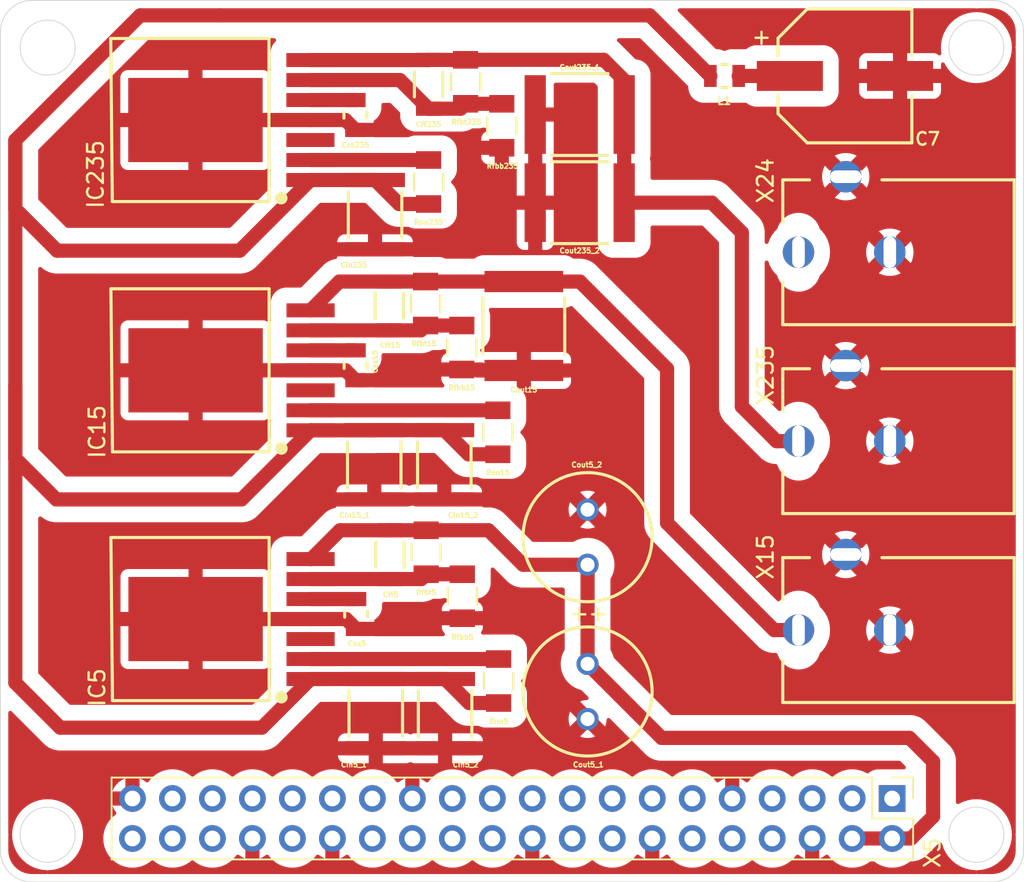
<source format=kicad_pcb>
(kicad_pcb (version 20240108) (generator "pcbnew") (generator_version "8.0")
  (title_block (comment 4 "AISLER Project ID: DLTYWSVU"))
  (layers (0 "F.Cu" signal) (31 "B.Cu" signal) (34 "B.Paste" user) (35 "F.Paste" user) (36 "B.SilkS" user "B.Silkscreen") (37 "F.SilkS" user "F.Silkscreen") (38 "B.Mask" user) (39 "F.Mask" user) (44 "Edge.Cuts" user))
  (net 0 "")
  (net 1 "+24V")
  (net 2 "VSS")
  (net 3 "GND")
  (net 4 "+15V")
  (net 5 "Net-(Cff5-Pad2)")
  (net 6 "+5V")
  (net 7 "Net-(Cff15-Pad2)")
  (net 8 "+23.5V")
  (net 9 "Net-(Cff235-Pad2)")
  (net 10 "Net-(Css5-Pad2)")
  (net 11 "Net-(Css15-Pad2)")
  (net 12 "Net-(Css235-Pad1)")
  (net 13 "Net-(IC5-Pad2)")
  (net 16 "Net-(IC15-Pad2)")
  (net 18 "Net-(IC235-Pad2)")
  (footprint "885012210032:885012210032" (layer "F.Cu") (at 148.25 114.81 -90)
    (property "Reference" "Cin5_2" (at 3.24 -1.3 180) (layer "F.SilkS") (effects (font (size 0.32 0.32))))
    (property "Value" "2.2uF" (hide yes))
    (fp_line (start 1.47 1.7) (end -1.46 1.7) (stroke (width 0.2)) (layer "F.SilkS"))
    (fp_line (start -1.47 -1.7) (end 1.46 -1.7) (stroke (width 0.2)) (layer "F.SilkS"))
    (pad "1" smd rect (at -2.2 0 270) (size 0.9 3.8) (layers "F.Cu" "F.Paste" "F.Mask") (net 1 "+24V"))
    (pad "2" smd rect (at 2.2 0 270) (size 0.9 3.8) (layers "F.Cu" "F.Paste" "F.Mask") (net 3 "GND"))
  )
  (footprint "885012210032:885012210032" (layer "F.Cu") (at 148.2 99 -90)
    (property "Reference" "Cin15_2" (at 3.2 -1.2 180) (layer "F.SilkS") (effects (font (size 0.32 0.32))))
    (property "Value" "2.2uF" (hide yes))
    (fp_line (start 1.47 1.7) (end -1.46 1.7) (stroke (width 0.2)) (layer "F.SilkS"))
    (fp_line (start -1.47 -1.7) (end 1.46 -1.7) (stroke (width 0.2)) (layer "F.SilkS"))
    (pad "1" smd rect (at -2.2 0 270) (size 0.9 3.8) (layers "F.Cu" "F.Paste" "F.Mask") (net 1 "+24V"))
    (pad "2" smd rect (at 2.2 0 270) (size 0.9 3.8) (layers "F.Cu" "F.Paste" "F.Mask") (net 3 "GND"))
  )
  (footprint "74479775147A:74479775147A" (layer "F.Cu") (at 166 74.3 180)
    (property "Reference" "L1" (at 0.0252 -1.5829 0) (layer "F.SilkS") (effects (font (size 0.48 0.48))))
    (property "Value" "74479775147A" (hide yes))
    (fp_line (start -0.2 0.725) (end 0.2 0.725) (stroke (width 0.2)) (layer "F.SilkS"))
    (fp_line (start -0.2 -0.725) (end 0.2 -0.725) (stroke (width 0.2)) (layer "F.SilkS"))
    (pad "1" smd rect (at -0.9 0 180) (size 0.8 1.4) (layers "F.Cu" "F.Paste" "F.Mask") (net 2 "VSS"))
    (pad "2" smd rect (at 0.9 0 180) (size 0.8 1.4) (layers "F.Cu" "F.Paste" "F.Mask") (net 1 "+24V"))
  )
  (footprint "694106301002:694106301002" (layer "F.Cu") (at 176.5 85.5 180)
    (property "Reference" "X24" (at 7.9 4.55 90) (layer "F.SilkS"))
    (property "Value" "694106301002" (hide yes))
    (property "VALUE" "694106301002" (hide yes))
    (fp_line (start 6.8 4.6) (end 5.1 4.6) (stroke (width 0.2)) (layer "F.SilkS"))
    (fp_line (start 6.8 1.9) (end 6.8 4.6) (stroke (width 0.2)) (layer "F.SilkS"))
    (fp_line (start 6.8 -4.6) (end 6.8 -1.89) (stroke (width 0.2)) (layer "F.SilkS"))
    (fp_line (start 6.8 -4.6) (end -7.9 -4.6) (stroke (width 0.2)) (layer "F.SilkS"))
    (fp_line (start 0.5 4.6) (end -7.9 4.6) (stroke (width 0.2)) (layer "F.SilkS"))
    (fp_line (start -7.9 -4.6) (end -7.9 4.6) (stroke (width 0.2)) (layer "F.SilkS"))
    (pad "1" thru_hole circle (at 5.8 0 180) (size 2 2) (drill oval 0.8 3) (layers "*.Cu" "*.Mask") (net 2 "VSS"))
    (pad "2" thru_hole circle (at 0 0 180) (size 2 2) (drill oval 0.8 3) (layers "*.Cu" "*.Mask") (net 3 "GND"))
    (pad "3" thru_hole circle (at 2.8 4.8 180) (size 2 2) (drill oval 3 0.8) (layers "*.Cu" "*.Mask") (net 3 "GND"))
  )
  (footprint "885012008009:885012008009" (layer "F.Cu") (at 144.71 88.91 -90)
    (property "Reference" "Cff15" (at 2.49 -0.05 180) (layer "F.SilkS") (effects (font (size 0.32 0.32))))
    (property "Value" "22nF" (hide yes))
    (fp_line (start 0.8 0.9) (end -0.8 0.9) (stroke (width 0.2)) (layer "F.SilkS"))
    (fp_line (start -0.8 -0.9) (end 0.8 -0.9) (stroke (width 0.2)) (layer "F.SilkS"))
    (pad "1" smd rect (at -1.55 0 270) (size 0.9 1.6) (layers "F.Cu" "F.Paste" "F.Mask") (net 4 "+15V"))
    (pad "2" smd rect (at 1.55 0 270) (size 0.9 1.6) (layers "F.Cu" "F.Paste" "F.Mask") (net 7 "Net-(Cff15-Pad2)"))
  )
  (footprint "885012210032:885012210032" (layer "F.Cu") (at 143.75 99 -90)
    (property "Reference" "Cin15_1" (at 3.2 1.25 180) (layer "F.SilkS") (effects (font (size 0.32 0.32))))
    (property "Value" "2.2uF" (hide yes))
    (fp_line (start 1.47 1.7) (end -1.46 1.7) (stroke (width 0.2)) (layer "F.SilkS"))
    (fp_line (start -1.47 -1.7) (end 1.46 -1.7) (stroke (width 0.2)) (layer "F.SilkS"))
    (pad "1" smd rect (at -2.2 0 270) (size 0.9 3.8) (layers "F.Cu" "F.Paste" "F.Mask") (net 1 "+24V"))
    (pad "2" smd rect (at 2.2 0 270) (size 0.9 3.8) (layers "F.Cu" "F.Paste" "F.Mask") (net 3 "GND"))
  )
  (footprint "885012214006:885012214006" (layer "F.Cu") (at 156.8 76.75 180)
    (property "Reference" "Cout235_1" (at 0 3 180) (layer "F.SilkS") (effects (font (size 0.32 0.32) (thickness 0.08))))
    (property "Value" "10uF" (hide yes))
    (fp_line (start 1.8 2.6) (end -1.8 2.6) (stroke (width 0.2)) (layer "F.SilkS"))
    (fp_line (start -1.8 -2.6) (end 1.8 -2.6) (stroke (width 0.2)) (layer "F.SilkS"))
    (pad "1" smd rect (at -2.825 0 180) (size 1.35 5) (layers "F.Cu" "F.Paste" "F.Mask") (net 8 "+23.5V"))
    (pad "2" smd rect (at 2.825 0 180) (size 1.35 5) (layers "F.Cu" "F.Paste" "F.Mask") (net 3 "GND"))
  )
  (footprint "RC1206FR-07143KL:RC1206FR-07143KL" (layer "F.Cu") (at 151.6 96.937 90)
    (property "Reference" "Ron15" (at -2.563 0 0) (layer "F.SilkS") (effects (font (size 0.32 0.32) (thickness 0.08))))
    (property "Value" "143k" (hide yes))
    (fp_line (start 0.53065 -0.9271) (end -0.53065 -0.9271) (stroke (width 0.1524)) (layer "F.SilkS"))
    (fp_line (start -0.53065 0.9271) (end 0.53065 0.9271) (stroke (width 0.1524)) (layer "F.SilkS"))
    (pad "1" smd rect (at -1.397 0 90) (size 1.1176 1.6002) (layers "F.Cu" "F.Paste" "F.Mask") (net 1 "+24V"))
    (pad "2" smd rect (at 1.397 0 90) (size 1.1176 1.6002) (layers "F.Cu" "F.Paste" "F.Mask") (net 16 "Net-(IC15-Pad2)"))
    (zone (net 0) (net_name "") (layer "F.Cu") (connect_pads (clearance 0)) (min_thickness 0.254)
      (keepout (tracks not_allowed) (vias not_allowed) (pads allowed) (copperpour not_allowed) (footprints allowed))
      (fill (thermal_gap 0.508) (thermal_bridge_width 0.508))
      (polygon (pts (xy 150.8507 97.7244) (xy 150.8507 96.1496) (xy 152.3493 96.1496) (xy 152.3493 97.7244)))
    )
  )
  (footprint "RC1206FR-0710K2L:RC1206FR-0710K2L" (layer "F.Cu") (at 147.045 104.557 -90)
    (property "Reference" "Rfbt5" (at 2.543 -0.005 0) (layer "F.SilkS") (effects (font (size 0.32 0.32) (thickness 0.08))))
    (property "Value" "10.2k" (hide yes))
    (fp_line (start -0.53065 0.9271) (end 0.53065 0.9271) (stroke (width 0.1524)) (layer "F.SilkS"))
    (fp_line (start 0.53065 -0.9271) (end -0.53065 -0.9271) (stroke (width 0.1524)) (layer "F.SilkS"))
    (pad "1" smd rect (at -1.397 0 270) (size 1.1176 1.6002) (layers "F.Cu" "F.Paste" "F.Mask") (net 6 "+5V"))
    (pad "2" smd rect (at 1.397 0 270) (size 1.1176 1.6002) (layers "F.Cu" "F.Paste" "F.Mask") (net 5 "Net-(Cff5-Pad2)"))
    (zone (net 0) (net_name "") (layer "F.Cu") (connect_pads (clearance 0)) (min_thickness 0.254)
      (keepout (tracks not_allowed) (vias not_allowed) (pads allowed) (copperpour not_allowed) (footprints allowed))
      (fill (thermal_gap 0.508) (thermal_bridge_width 0.508))
      (polygon (pts (xy 147.7943 103.7696) (xy 147.7943 105.3444) (xy 146.2957 105.3444) (xy 146.2957 103.7696)))
    )
  )
  (footprint "885012210032:885012210032" (layer "F.Cu") (at 143.845 114.81 -90)
    (property "Reference" "Cin5_1" (at 3.24 1.395 180) (layer "F.SilkS") (effects (font (size 0.32 0.32) (thickness 0.08))))
    (property "Value" "2.2uF" (hide yes))
    (fp_line (start 1.47 1.7) (end -1.46 1.7) (stroke (width 0.2)) (layer "F.SilkS"))
    (fp_line (start -1.47 -1.7) (end 1.46 -1.7) (stroke (width 0.2)) (layer "F.SilkS"))
    (pad "1" smd rect (at -2.2 0 270) (size 0.9 3.8) (layers "F.Cu" "F.Paste" "F.Mask") (net 1 "+24V"))
    (pad "2" smd rect (at 2.2 0 270) (size 0.9 3.8) (layers "F.Cu" "F.Paste" "F.Mask") (net 3 "GND"))
  )
  (footprint "RC1206FR-07576RL:RC1206FR-07576RL" (layer "F.Cu") (at 149.31 91.55 -90)
    (property "Reference" "Rfbb15" (at 2.55 0 0) (layer "F.SilkS") (effects (font (size 0.32 0.32) (thickness 0.08))))
    (property "Value" "576" (hide yes))
    (fp_line (start -0.53065 0.9271) (end 0.53065 0.9271) (stroke (width 0.1524)) (layer "F.SilkS"))
    (fp_line (start 0.53065 -0.9271) (end -0.53065 -0.9271) (stroke (width 0.1524)) (layer "F.SilkS"))
    (pad "1" smd rect (at -1.397 0 270) (size 1.1176 1.6002) (layers "F.Cu" "F.Paste" "F.Mask") (net 7 "Net-(Cff15-Pad2)"))
    (pad "2" smd rect (at 1.397 0 270) (size 1.1176 1.6002) (layers "F.Cu" "F.Paste" "F.Mask") (net 3 "GND"))
    (zone (net 0) (net_name "") (layer "F.Cu") (connect_pads (clearance 0)) (min_thickness 0.254)
      (keepout (tracks not_allowed) (vias not_allowed) (pads allowed) (copperpour not_allowed) (footprints allowed))
      (fill (thermal_gap 0.508) (thermal_bridge_width 0.508))
      (polygon (pts (xy 150.0593 90.7626) (xy 150.0593 92.3374) (xy 148.5607 92.3374) (xy 148.5607 90.7626)))
    )
  )
  (footprint "RC1206FR-0748K7L:RC1206FR-0748K7L" (layer "F.Cu") (at 151.65 112.737 90)
    (property "Reference" "Ron5" (at -2.563 0.005 0) (layer "F.SilkS") (effects (font (size 0.32 0.32) (thickness 0.08) (bold yes))))
    (property "Value" "48.7k" (hide yes))
    (fp_line (start 0.53065 -0.9271) (end -0.53065 -0.9271) (stroke (width 0.1524)) (layer "F.SilkS"))
    (fp_line (start -0.53065 0.9271) (end 0.53065 0.9271) (stroke (width 0.1524)) (layer "F.SilkS"))
    (pad "1" smd rect (at -1.397 0 90) (size 1.1176 1.6002) (layers "F.Cu" "F.Paste" "F.Mask") (net 1 "+24V"))
    (pad "2" smd rect (at 1.397 0 90) (size 1.1176 1.6002) (layers "F.Cu" "F.Paste" "F.Mask") (net 13 "Net-(IC5-Pad2)"))
    (zone (net 0) (net_name "") (layer "F.Cu") (connect_pads (clearance 0)) (min_thickness 0.254)
      (keepout (tracks not_allowed) (vias not_allowed) (pads allowed) (copperpour not_allowed) (footprints allowed))
      (fill (thermal_gap 0.508) (thermal_bridge_width 0.508))
      (polygon (pts (xy 150.9007 113.5244) (xy 150.9007 111.9496) (xy 152.3993 111.9496) (xy 152.3993 113.5244)))
    )
  )
  (footprint "171032401:171032401" (layer "F.Cu") (at 132.4 108.8 180)
    (property "Reference" "IC5" (at 6.25 -4.35 90) (layer "F.SilkS"))
    (property "Value" "171032401" (hide yes))
    (fp_line (start 5.38 5.18) (end -4.67 5.18) (stroke (width 0.2)) (layer "F.SilkS"))
    (fp_line (start 5.28 -5.18) (end 5.38 5.18) (stroke (width 0.2)) (layer "F.SilkS"))
    (fp_line (start -4.67 5.18) (end -4.67 -5.18) (stroke (width 0.2)) (layer "F.SilkS"))
    (fp_line (start -4.67 -5.18) (end 5.28 -5.18) (stroke (width 0.2)) (layer "F.SilkS"))
    (fp_circle (center -5.449 -4.964) (end -5.249 -4.964) (stroke (width 0.4)) (fill none) (layer "F.SilkS"))
    (pad "1" smd rect (at -7.305 -3.81 180) (size 3.06 0.89) (layers "F.Cu" "F.Paste" "F.Mask") (net 1 "+24V"))
    (pad "2" smd rect (at -7.305 -2.54 180) (size 3.06 0.89) (layers "F.Cu" "F.Paste" "F.Mask") (net 13 "Net-(IC5-Pad2)"))
    (pad "3" smd rect (at -7.305 -1.27 180) (size 3.06 0.89) (layers "F.Cu" "F.Paste" "F.Mask"))
    (pad "4" smd rect (at -7.305 0 180) (size 3.06 0.89) (layers "F.Cu" "F.Paste" "F.Mask") (net 3 "GND"))
    (pad "5" smd rect (at -7.305 1.27 180) (size 3.06 0.89) (layers "F.Cu" "F.Paste" "F.Mask") (net 10 "Net-(Css5-Pad2)"))
    (pad "6" smd rect (at -7.305 2.54 180) (size 3.06 0.89) (layers "F.Cu" "F.Paste" "F.Mask") (net 5 "Net-(Cff5-Pad2)"))
    (pad "7" smd rect (at -7.305 3.81 180) (size 3.06 0.89) (layers "F.Cu" "F.Paste" "F.Mask") (net 6 "+5V"))
    (pad "EP" smd rect (at 0 0 180) (size 8.54 5.35) (layers "F.Cu" "F.Mask") (net 3 "GND"))
  )
  (footprint "171032401:171032401" (layer "F.Cu") (at 132.4 93 180)
    (property "Reference" "IC15" (at 6.25 -3.9 90) (layer "F.SilkS"))
    (property "Value" "171032401" (hide yes))
    (fp_line (start 5.38 5.18) (end -4.67 5.18) (stroke (width 0.2)) (layer "F.SilkS"))
    (fp_line (start 5.28 -5.18) (end 5.38 5.18) (stroke (width 0.2)) (layer "F.SilkS"))
    (fp_line (start -4.67 5.18) (end -4.67 -5.18) (stroke (width 0.2)) (layer "F.SilkS"))
    (fp_line (start -4.67 -5.18) (end 5.28 -5.18) (stroke (width 0.2)) (layer "F.SilkS"))
    (fp_circle (center -5.449 -4.964) (end -5.249 -4.964) (stroke (width 0.4)) (fill none) (layer "F.SilkS"))
    (pad "1" smd rect (at -7.305 -3.81 180) (size 3.06 0.89) (layers "F.Cu" "F.Paste" "F.Mask") (net 1 "+24V"))
    (pad "2" smd rect (at -7.305 -2.54 180) (size 3.06 0.89) (layers "F.Cu" "F.Paste" "F.Mask") (net 16 "Net-(IC15-Pad2)"))
    (pad "3" smd rect (at -7.305 -1.27 180) (size 3.06 0.89) (layers "F.Cu" "F.Paste" "F.Mask"))
    (pad "4" smd rect (at -7.305 0 180) (size 3.06 0.89) (layers "F.Cu" "F.Paste" "F.Mask") (net 3 "GND"))
    (pad "5" smd rect (at -7.305 1.27 180) (size 3.06 0.89) (layers "F.Cu" "F.Paste" "F.Mask") (net 11 "Net-(Css15-Pad2)"))
    (pad "6" smd rect (at -7.305 2.54 180) (size 3.06 0.89) (layers "F.Cu" "F.Paste" "F.Mask") (net 7 "Net-(Cff15-Pad2)"))
    (pad "7" smd rect (at -7.305 3.81 180) (size 3.06 0.89) (layers "F.Cu" "F.Paste" "F.Mask") (net 4 "+15V"))
    (pad "EP" smd rect (at 0 0 180) (size 8.54 5.35) (layers "F.Cu" "F.Mask") (net 3 "GND"))
  )
  (footprint "885012214006:885012214006" (layer "F.Cu") (at 156.8 82.35 180)
    (property "Reference" "Cout235_2" (at 0 -3.05 0) (layer "F.SilkS") (effects (font (size 0.32 0.32) (thickness 0.08))))
    (property "Value" "10uF" (hide yes))
    (fp_line (start 1.8 2.6) (end -1.8 2.6) (stroke (width 0.2)) (layer "F.SilkS"))
    (fp_line (start -1.8 -2.6) (end 1.8 -2.6) (stroke (width 0.2)) (layer "F.SilkS"))
    (pad "1" smd rect (at -2.825 0 180) (size 1.35 5) (layers "F.Cu" "F.Paste" "F.Mask") (net 8 "+23.5V"))
    (pad "2" smd rect (at 2.825 0 180) (size 1.35 5) (layers "F.Cu" "F.Paste" "F.Mask") (net 3 "GND"))
  )
  (footprint "RC1206FR-0710K2L:RC1206FR-0710K2L" (layer "F.Cu") (at 147.01 88.757 -90)
    (property "Reference" "Rfbt15" (at 2.543 0.1 0) (layer "F.SilkS") (effects (font (size 0.32 0.32) (thickness 0.08))))
    (property "Value" "10.2k" (hide yes))
    (fp_line (start -0.53065 0.9271) (end 0.53065 0.9271) (stroke (width 0.1524)) (layer "F.SilkS"))
    (fp_line (start 0.53065 -0.9271) (end -0.53065 -0.9271) (stroke (width 0.1524)) (layer "F.SilkS"))
    (pad "1" smd rect (at -1.397 0 270) (size 1.1176 1.6002) (layers "F.Cu" "F.Paste" "F.Mask") (net 4 "+15V"))
    (pad "2" smd rect (at 1.397 0 270) (size 1.1176 1.6002) (layers "F.Cu" "F.Paste" "F.Mask") (net 7 "Net-(Cff15-Pad2)"))
    (zone (net 0) (net_name "") (layer "F.Cu") (connect_pads (clearance 0)) (min_thickness 0.254)
      (keepout (tracks not_allowed) (vias not_allowed) (pads allowed) (copperpour not_allowed) (footprints allowed))
      (fill (thermal_gap 0.508) (thermal_bridge_width 0.508))
      (polygon (pts (xy 147.7593 87.9696) (xy 147.7593 89.5444) (xy 146.2607 89.5444) (xy 146.2607 87.9696)))
    )
  )
  (footprint "694106301002:694106301002" (layer "F.Cu") (at 176.5 97.5 180)
    (property "Reference" "X235" (at 7.9 4.2 90) (layer "F.SilkS"))
    (property "Value" "694106301002" (hide yes))
    (property "VALUE" "694106301002" (hide yes))
    (fp_line (start 6.8 4.6) (end 5.1 4.6) (stroke (width 0.2)) (layer "F.SilkS"))
    (fp_line (start 6.8 1.9) (end 6.8 4.6) (stroke (width 0.2)) (layer "F.SilkS"))
    (fp_line (start 6.8 -4.6) (end 6.8 -1.89) (stroke (width 0.2)) (layer "F.SilkS"))
    (fp_line (start 6.8 -4.6) (end -7.9 -4.6) (stroke (width 0.2)) (layer "F.SilkS"))
    (fp_line (start 0.5 4.6) (end -7.9 4.6) (stroke (width 0.2)) (layer "F.SilkS"))
    (fp_line (start -7.9 -4.6) (end -7.9 4.6) (stroke (width 0.2)) (layer "F.SilkS"))
    (pad "1" thru_hole circle (at 5.8 0 180) (size 2 2) (drill oval 0.8 3) (layers "*.Cu" "*.Mask") (net 8 "+23.5V"))
    (pad "2" thru_hole circle (at 0 0 180) (size 2 2) (drill oval 0.8 3) (layers "*.Cu" "*.Mask") (net 3 "GND"))
    (pad "3" thru_hole circle (at 2.8 4.8 180) (size 2 2) (drill oval 3 0.8) (layers "*.Cu" "*.Mask") (net 3 "GND"))
  )
  (footprint "885012207013:885012207013" (layer "F.Cu") (at 142.56 92.68 90)
    (property "Reference" "Css15" (at 0.23 1.24 -90) (layer "F.SilkS") (effects (font (size 0.32 0.32))))
    (property "Value" "22nF" (hide yes))
    (fp_line (start -0.2 -0.725) (end 0.2 -0.725) (stroke (width 0.2)) (layer "F.SilkS"))
    (fp_line (start -0.2 0.725) (end 0.2 0.725) (stroke (width 0.2)) (layer "F.SilkS"))
    (pad "1" smd rect (at -0.95 0 90) (size 0.9 1.3) (layers "F.Cu" "F.Paste" "F.Mask") (net 3 "GND"))
    (pad "2" smd rect (at 0.95 0 90) (size 0.9 1.3) (layers "F.Cu" "F.Paste" "F.Mask") (net 11 "Net-(Css15-Pad2)"))
  )
  (footprint "870235674004:870235674004" (layer "F.Cu") (at 157.3 103.6 -90)
    (property "Reference" "Cout5_2" (at -4.6 0.05 180) (layer "F.SilkS") (effects (font (size 0.32 0.32) (thickness 0.08))))
    (property "Value" "68uF" (hide yes))
    (fp_circle (center 0 0) (end 4.1 0) (stroke (width 0.2)) (fill none) (layer "F.SilkS"))
    (fp_text user "+" (at 4.9 0.6 90) (layer "F.SilkS"))
    (pad "1" thru_hole circle (at 1.75 0 270) (size 1.408 1.408) (drill 0.9) (layers "*.Cu" "*.Mask") (net 6 "+5V"))
    (pad "2" thru_hole circle (at -1.75 0 270) (size 1.408 1.408) (drill 0.9) (layers "*.Cu" "*.Mask") (net 3 "GND"))
  )
  (footprint "870235674004:870235674004" (layer "F.Cu") (at 157.3 113.4 90)
    (property "Reference" "Cout5_1" (at -4.65 0.05 180) (layer "F.SilkS") (effects (font (size 0.32 0.32) (thickness 0.08))))
    (property "Value" "68uF" (hide yes))
    (fp_circle (center 0 0) (end 4.1 0) (stroke (width 0.2)) (fill none) (layer "F.SilkS"))
    (fp_text user "+" (at 4.9 0.6 90) (layer "F.SilkS"))
    (pad "1" thru_hole circle (at 1.75 0 90) (size 1.408 1.408) (drill 0.9) (layers "*.Cu" "*.Mask") (net 6 "+5V"))
    (pad "2" thru_hole circle (at -1.75 0 90) (size 1.408 1.408) (drill 0.9) (layers "*.Cu" "*.Mask") (net 3 "GND"))
  )
  (footprint "RC1206FR-07232KL:RC1206FR-07232KL" (layer "F.Cu") (at 147.2 81.037 90)
    (property "Reference" "Ron235" (at -2.55 -0.003 0) (layer "F.SilkS") (effects (font (size 0.32 0.32) (thickness 0.08))))
    (property "Value" "232k" (hide yes))
    (fp_line (start 0.53065 -0.9271) (end -0.53065 -0.9271) (stroke (width 0.1524)) (layer "F.SilkS"))
    (fp_line (start -0.53065 0.9271) (end 0.53065 0.9271) (stroke (width 0.1524)) (layer "F.SilkS"))
    (pad "1" smd rect (at -1.397 0 90) (size 1.1176 1.6002) (layers "F.Cu" "F.Paste" "F.Mask") (net 1 "+24V"))
    (pad "2" smd rect (at 1.397 0 90) (size 1.1176 1.6002) (layers "F.Cu" "F.Paste" "F.Mask") (net 18 "Net-(IC235-Pad2)"))
    (zone (net 0) (net_name "") (layer "F.Cu") (connect_pads (clearance 0)) (min_thickness 0.254)
      (keepout (tracks not_allowed) (vias not_allowed) (pads allowed) (copperpour not_allowed) (footprints allowed))
      (fill (thermal_gap 0.508) (thermal_bridge_width 0.508))
      (polygon (pts (xy 146.4507 81.8244) (xy 146.4507 80.2496) (xy 147.9493 80.2496) (xy 147.9493 81.8244)))
    )
  )
  (footprint "885012207013:885012207013" (layer "F.Cu") (at 142.55 76.78 -90)
    (property "Reference" "Css235" (at 1.9 0 180) (layer "F.SilkS") (effects (font (size 0.32 0.32))))
    (property "Value" "22nF" (hide yes))
    (fp_line (start -0.2 0.725) (end 0.2 0.725) (stroke (width 0.2)) (layer "F.SilkS"))
    (fp_line (start -0.2 -0.725) (end 0.2 -0.725) (stroke (width 0.2)) (layer "F.SilkS"))
    (pad "1" smd rect (at -0.95 0 270) (size 0.9 1.3) (layers "F.Cu" "F.Paste" "F.Mask") (net 12 "Net-(Css235-Pad1)"))
    (pad "2" smd rect (at 0.95 0 270) (size 0.9 1.3) (layers "F.Cu" "F.Paste" "F.Mask") (net 3 "GND"))
  )
  (footprint "Connector_PinHeader_2.54mm:PinHeader_2x20_P2.54mm_Vertical" (layer "F.Cu") (at 176.65 120.2 -90)
    (property "Reference" "X5" (at 3.45 -2.55 90) (layer "F.SilkS"))
    (property "Value" "PRT-21570" (hide yes))
    (fp_line (start -1.33 49.59) (end 3.87 49.59) (stroke (width 0.12)) (layer "F.SilkS"))
    (fp_line (start -1.33 1.27) (end -1.33 49.59) (stroke (width 0.12)) (layer "F.SilkS"))
    (fp_line (start -1.33 1.27) (end 1.27 1.27) (stroke (width 0.12)) (layer "F.SilkS"))
    (fp_line (start 1.27 1.27) (end 1.27 -1.33) (stroke (width 0.12)) (layer "F.SilkS"))
    (fp_line (start -1.33 0) (end -1.33 -1.33) (stroke (width 0.12)) (layer "F.SilkS"))
    (fp_line (start -1.33 -1.33) (end 0 -1.33) (stroke (width 0.12)) (layer "F.SilkS"))
    (fp_line (start 1.27 -1.33) (end 3.87 -1.33) (stroke (width 0.12)) (layer "F.SilkS"))
    (fp_line (start 3.87 -1.33) (end 3.87 49.59) (stroke (width 0.12)) (layer "F.SilkS"))
    (pad "1" thru_hole rect (at 0 0 270) (size 1.7 1.7) (drill 1) (layers "*.Cu" "*.Mask"))
    (pad "2" thru_hole oval (at 2.54 0 270) (size 1.7 1.7) (drill 1) (layers "*.Cu" "*.Mask") (net 6 "+5V"))
    (pad "3" thru_hole oval (at 0 2.54 270) (size 1.7 1.7) (drill 1) (layers "*.Cu" "*.Mask"))
    (pad "4" thru_hole oval (at 2.54 2.54 270) (size 1.7 1.7) (drill 1) (layers "*.Cu" "*.Mask") (net 6 "+5V"))
    (pad "5" thru_hole oval (at 0 5.08 270) (size 1.7 1.7) (drill 1) (layers "*.Cu" "*.Mask"))
    (pad "6" thru_hole oval (at 2.54 5.08 270) (size 1.7 1.7) (drill 1) (layers "*.Cu" "*.Mask") (net 3 "GND"))
    (pad "7" thru_hole oval (at 0 7.62 270) (size 1.7 1.7) (drill 1) (layers "*.Cu" "*.Mask"))
    (pad "8" thru_hole oval (at 2.54 7.62 270) (size 1.7 1.7) (drill 1) (layers "*.Cu" "*.Mask"))
    (pad "9" thru_hole oval (at 0 10.16 270) (size 1.7 1.7) (drill 1) (layers "*.Cu" "*.Mask") (net 3 "GND"))
    (pad "10" thru_hole oval (at 2.54 10.16 270) (size 1.7 1.7) (drill 1) (layers "*.Cu" "*.Mask"))
    (pad "11" thru_hole oval (at 0 12.7 270) (size 1.7 1.7) (drill 1) (layers "*.Cu" "*.Mask"))
    (pad "12" thru_hole oval (at 2.54 12.7 270) (size 1.7 1.7) (drill 1) (layers "*.Cu" "*.Mask"))
    (pad "13" thru_hole oval (at 0 15.24 270) (size 1.7 1.7) (drill 1) (layers "*.Cu" "*.Mask"))
    (pad "14" thru_hole oval (at 2.54 15.24 270) (size 1.7 1.7) (drill 1) (layers "*.Cu" "*.Mask") (net 3 "GND"))
    (pad "15" thru_hole oval (at 0 17.78 270) (size 1.7 1.7) (drill 1) (layers "*.Cu" "*.Mask"))
    (pad "16" thru_hole oval (at 2.54 17.78 270) (size 1.7 1.7) (drill 1) (layers "*.Cu" "*.Mask"))
    (pad "17" thru_hole oval (at 0 20.32 270) (size 1.7 1.7) (drill 1) (layers "*.Cu" "*.Mask"))
    (pad "18" thru_hole oval (at 2.54 20.32 270) (size 1.7 1.7) (drill 1) (layers "*.Cu" "*.Mask"))
    (pad "19" thru_hole oval (at 0 22.86 270) (size 1.7 1.7) (drill 1) (layers "*.Cu" "*.Mask"))
    (pad "20" thru_hole oval (at 2.54 22.86 270) (size 1.7 1.7) (drill 1) (layers "*.Cu" "*.Mask") (net 3 "GND"))
    (pad "21" thru_hole oval (at 0 25.4 270) (size 1.7 1.7) (drill 1) (layers "*.Cu" "*.Mask"))
    (pad "22" thru_hole oval (at 2.54 25.4 270) (size 1.7 1.7) (drill 1) (layers "*.Cu" "*.Mask"))
    (pad "23" thru_hole oval (at 0 27.94 270) (size 1.7 1.7) (drill 1) (layers "*.Cu" "*.Mask"))
    (pad "24" thru_hole oval (at 2.54 27.94 270) (size 1.7 1.7) (drill 1) (layers "*.Cu" "*.Mask"))
    (pad "25" thru_hole oval (at 0 30.48 270) (size 1.7 1.7) (drill 1) (layers "*.Cu" "*.Mask") (net 3 "GND"))
    (pad "26" thru_hole oval (at 2.54 30.48 270) (size 1.7 1.7) (drill 1) (layers "*.Cu" "*.Mask"))
    (pad "27" thru_hole oval (at 0 33.02 270) (size 1.7 1.7) (drill 1) (layers "*.Cu" "*.Mask"))
    (pad "28" thru_hole oval (at 2.54 33.02 270) (size 1.7 1.7) (drill 1) (layers "*.Cu" "*.Mask"))
    (pad "29" thru_hole oval (at 0 35.56 270) (size 1.7 1.7) (drill 1) (layers "*.Cu" "*.Mask"))
    (pad "30" thru_hole oval (at 2.54 35.56 270) (size 1.7 1.7) (drill 1) (layers "*.Cu" "*.Mask") (net 3 "GND"))
    (pad "31" thru_hole oval (at 0 38.1 270) (size 1.7 1.7) (drill 1) (layers "*.Cu" "*.Mask"))
    (pad "32" thru_hole oval (at 2.54 38.1 270) (size 1.7 1.7) (drill 1) (layers "*.Cu" "*.Mask"))
    (pad "33" thru_hole oval (at 0 40.64 270) (size 1.7 1.7) (drill 1) (layers "*.Cu" "*.Mask"))
    (pad "34" thru_hole oval (at 2.54 40.64 270) (size 1.7 1.7) (drill 1) (layers "*.Cu" "*.Mask") (net 3 "GND"))
    (pad "35" thru_hole oval (at 0 43.18 270) (size 1.7 1.7) (drill 1) (layers "*.Cu" "*.Mask"))
    (pad "36" thru_hole oval (at 2.54 43.18 270) (size 1.7 1.7) (drill 1) (layers "*.Cu" "*.Mask"))
    (pad "37" thru_hole oval (at 0 45.72 270) (size 1.7 1.7) (drill 1) (layers "*.Cu" "*.Mask"))
    (pad "38" thru_hole oval (at 2.54 45.72 270) (size 1.7 1.7) (drill 1) (layers "*.Cu" "*.Mask"))
    (pad "39" thru_hole oval (at 0 48.26 270) (size 1.7 1.7) (drill 1) (layers "*.Cu" "*.Mask") (net 3 "GND"))
    (pad "40" thru_hole oval (at 2.54 48.26 270) (size 1.7 1.7) (drill 1) (layers "*.Cu" "*.Mask"))
  )
  (footprint "885012214006:885012214006" (layer "F.Cu") (at 153.25 90.185 -90)
    (property "Reference" "Cout15" (at 4.05 0 180) (layer "F.SilkS") (effects (font (size 0.32 0.32) (thickness 0.08))))
    (property "Value" "10uF" (hide yes))
    (fp_line (start 1.8 2.6) (end -1.8 2.6) (stroke (width 0.2)) (layer "F.SilkS"))
    (fp_line (start -1.8 -2.6) (end 1.8 -2.6) (stroke (width 0.2)) (layer "F.SilkS"))
    (pad "1" smd rect (at -2.825 0 270) (size 1.35 5) (layers "F.Cu" "F.Paste" "F.Mask") (net 4 "+15V"))
    (pad "2" smd rect (at 2.825 0 270) (size 1.35 5) (layers "F.Cu" "F.Paste" "F.Mask") (net 3 "GND"))
  )
  (footprint "RC1206FR-0710K2L:RC1206FR-0710K2L" (layer "F.Cu") (at 149.55 74.672 -90)
    (property "Reference" "Rfbt235" (at 2.55 -0.047 0) (layer "F.SilkS") (effects (font (size 0.32 0.32) (thickness 0.08))))
    (property "Value" "10.2k" (hide yes))
    (fp_line (start -0.53065 0.9271) (end 0.53065 0.9271) (stroke (width 0.1524)) (layer "F.SilkS"))
    (fp_line (start 0.53065 -0.9271) (end -0.53065 -0.9271) (stroke (width 0.1524)) (layer "F.SilkS"))
    (pad "1" smd rect (at -1.397 0 270) (size 1.1176 1.6002) (layers "F.Cu" "F.Paste" "F.Mask") (net 8 "+23.5V"))
    (pad "2" smd rect (at 1.397 0 270) (size 1.1176 1.6002) (layers "F.Cu" "F.Paste" "F.Mask") (net 9 "Net-(Cff235-Pad2)"))
    (zone (net 0) (net_name "") (layer "F.Cu") (connect_pads (clearance 0)) (min_thickness 0.254)
      (keepout (tracks not_allowed) (vias not_allowed) (pads allowed) (copperpour not_allowed) (footprints allowed))
      (fill (thermal_gap 0.508) (thermal_bridge_width 0.508))
      (polygon (pts (xy 150.2993 73.8846) (xy 150.2993 75.4594) (xy 148.8007 75.4594) (xy 148.8007 73.8846)))
    )
  )
  (footprint "171032401:171032401" (layer "F.Cu") (at 132.39 77.1 180)
    (property "Reference" "IC235" (at 6.34 -3.45 90) (layer "F.SilkS"))
    (property "Value" "171032401" (hide yes))
    (fp_line (start 5.38 5.18) (end -4.67 5.18) (stroke (width 0.2)) (layer "F.SilkS"))
    (fp_line (start 5.28 -5.18) (end 5.38 5.18) (stroke (width 0.2)) (layer "F.SilkS"))
    (fp_line (start -4.67 5.18) (end -4.67 -5.18) (stroke (width 0.2)) (layer "F.SilkS"))
    (fp_line (start -4.67 -5.18) (end 5.28 -5.18) (stroke (width 0.2)) (layer "F.SilkS"))
    (fp_circle (center -5.449 -4.964) (end -5.249 -4.964) (stroke (width 0.4)) (fill none) (layer "F.SilkS"))
    (pad "1" smd rect (at -7.305 -3.81 180) (size 3.06 0.89) (layers "F.Cu" "F.Paste" "F.Mask") (net 1 "+24V"))
    (pad "2" smd rect (at -7.305 -2.54 180) (size 3.06 0.89) (layers "F.Cu" "F.Paste" "F.Mask") (net 18 "Net-(IC235-Pad2)"))
    (pad "3" smd rect (at -7.305 -1.27 180) (size 3.06 0.89) (layers "F.Cu" "F.Paste" "F.Mask"))
    (pad "4" smd rect (at -7.305 0 180) (size 3.06 0.89) (layers "F.Cu" "F.Paste" "F.Mask") (net 3 "GND"))
    (pad "5" smd rect (at -7.305 1.27 180) (size 3.06 0.89) (layers "F.Cu" "F.Paste" "F.Mask") (net 12 "Net-(Css235-Pad1)"))
    (pad "6" smd rect (at -7.305 2.54 180) (size 3.06 0.89) (layers "F.Cu" "F.Paste" "F.Mask") (net 9 "Net-(Cff235-Pad2)"))
    (pad "7" smd rect (at -7.305 3.81 180) (size 3.06 0.89) (layers "F.Cu" "F.Paste" "F.Mask") (net 8 "+23.5V"))
    (pad "EP" smd rect (at 0 0 180) (size 8.54 5.35) (layers "F.Cu" "F.Mask") (net 3 "GND"))
  )
  (footprint "885012210030:885012210030" (layer "F.Cu") (at 143.8 83.11 -90)
    (property "Reference" "Cin235" (at 3.19 1.35 180) (layer "F.SilkS") (effects (font (size 0.32 0.32))))
    (property "Value" "680nF" (hide yes))
    (fp_line (start 1.47 1.7) (end -1.46 1.7) (stroke (width 0.2)) (layer "F.SilkS"))
    (fp_line (start -1.47 -1.7) (end 1.46 -1.7) (stroke (width 0.2)) (layer "F.SilkS"))
    (pad "1" smd rect (at -2.2 0 270) (size 0.9 3.8) (layers "F.Cu" "F.Paste" "F.Mask") (net 1 "+24V"))
    (pad "2" smd rect (at 2.2 0 270) (size 0.9 3.8) (layers "F.Cu" "F.Paste" "F.Mask") (net 3 "GND"))
  )
  (footprint "885012008009:885012008009" (layer "F.Cu") (at 144.745 104.71 -90)
    (property "Reference" "Cff5" (at 2.54 -0.055 0) (layer "F.SilkS") (effects (font (size 0.32 0.32))))
    (property "Value" "22nF" (hide yes))
    (fp_line (start 0.8 0.9) (end -0.8 0.9) (stroke (width 0.2)) (layer "F.SilkS"))
    (fp_line (start -0.8 -0.9) (end 0.8 -0.9) (stroke (width 0.2)) (layer "F.SilkS"))
    (pad "1" smd rect (at -1.55 0 270) (size 0.9 1.6) (layers "F.Cu" "F.Paste" "F.Mask") (net 6 "+5V"))
    (pad "2" smd rect (at 1.55 0 270) (size 0.9 1.6) (layers "F.Cu" "F.Paste" "F.Mask") (net 5 "Net-(Cff5-Pad2)"))
  )
  (footprint "875115655013:875115655013" (layer "F.Cu") (at 173.65 74.3 180)
    (property "Reference" "C7" (at -5.25 -4 0) (layer "F.SilkS") (effects (font (size 0.8 0.8))))
    (property "Value" "33uF" (hide yes))
    (fp_line (start 4.25 2.4) (end 4.25 1.25) (stroke (width 0.2)) (layer "F.SilkS"))
    (fp_line (start 4.25 -2.4) (end 4.25 -1.25) (stroke (width 0.2)) (layer "F.SilkS"))
    (fp_line (start 2.4 4.25) (end 4.25 2.4) (stroke (width 0.2)) (layer "F.SilkS"))
    (fp_line (start 2.4 -4.25) (end 4.25 -2.4) (stroke (width 0.2)) (layer "F.SilkS"))
    (fp_line (start -4.25 4.25) (end 2.4 4.25) (stroke (width 0.2)) (layer "F.SilkS"))
    (fp_line (start -4.25 4.25) (end -4.25 1.25) (stroke (width 0.2)) (layer "F.SilkS"))
    (fp_line (start -4.25 -4.25) (end 2.4 -4.25) (stroke (width 0.2)) (layer "F.SilkS"))
    (fp_line (start -4.25 -4.25) (end -4.25 -1.25) (stroke (width 0.2)) (layer "F.SilkS"))
    (fp_text user "+" (at 5.3 2.5 0) (layer "F.SilkS"))
    (pad "1" smd rect (at 3.5 0 180) (size 4.2 1.9) (layers "F.Cu" "F.Paste" "F.Mask") (net 2 "VSS"))
    (pad "2" smd rect (at -3.5 0 180) (size 4.2 1.9) (layers "F.Cu" "F.Paste" "F.Mask") (net 3 "GND"))
  )
  (footprint "RC1206FR-07357RL:RC1206FR-07357RL" (layer "F.Cu") (at 151.85 77.466 -90)
    (property "Reference" "Rfbb235" (at 2.556 -0.05 0) (layer "F.SilkS") (effects (font (size 0.32 0.32) (thickness 0.08))))
    (property "Value" "357" (hide yes))
    (fp_line (start -0.53065 0.9271) (end 0.53065 0.9271) (stroke (width 0.1524)) (layer "F.SilkS"))
    (fp_line (start 0.53065 -0.9271) (end -0.53065 -0.9271) (stroke (width 0.1524)) (layer "F.SilkS"))
    (pad "1" smd rect (at -1.397 0 270) (size 1.1176 1.6002) (layers "F.Cu" "F.Paste" "F.Mask") (net 9 "Net-(Cff235-Pad2)"))
    (pad "2" smd rect (at 1.397 0 270) (size 1.1176 1.6002) (layers "F.Cu" "F.Paste" "F.Mask") (net 3 "GND"))
    (zone (net 0) (net_name "") (layer "F.Cu") (connect_pads (clearance 0)) (min_thickness 0.254)
      (keepout (tracks not_allowed) (vias not_allowed) (pads allowed) (copperpour not_allowed) (footprints allowed))
      (fill (thermal_gap 0.508) (thermal_bridge_width 0.508))
      (polygon (pts (xy 152.5993 76.6786) (xy 152.5993 78.2534) (xy 151.1007 78.2534) (xy 151.1007 76.6786)))
    )
  )
  (footprint "RC1206FR-071K91L:RC1206FR-071K91L" (layer "F.Cu") (at 149.345 107.351 -90)
    (property "Reference" "Rfbb5" (at 2.599 -0.005 0) (layer "F.SilkS") (effects (font (size 0.32 0.32) (thickness 0.08))))
    (property "Value" "1.91k" (hide yes))
    (fp_line (start -0.53065 0.9271) (end 0.53065 0.9271) (stroke (width 0.1524)) (layer "F.SilkS"))
    (fp_line (start 0.53065 -0.9271) (end -0.53065 -0.9271) (stroke (width 0.1524)) (layer "F.SilkS"))
    (pad "1" smd rect (at -1.397 0 270) (size 1.1176 1.6002) (layers "F.Cu" "F.Paste" "F.Mask") (net 5 "Net-(Cff5-Pad2)"))
    (pad "2" smd rect (at 1.397 0 270) (size 1.1176 1.6002) (layers "F.Cu" "F.Paste" "F.Mask") (net 3 "GND"))
    (zone (net 0) (net_name "") (layer "F.Cu") (connect_pads (clearance 0)) (min_thickness 0.254)
      (keepout (tracks not_allowed) (vias not_allowed) (pads allowed) (copperpour not_allowed) (footprints allowed))
      (fill (thermal_gap 0.508) (thermal_bridge_width 0.508))
      (polygon (pts (xy 150.0943 106.5636) (xy 150.0943 108.1384) (xy 148.5957 108.1384) (xy 148.5957 106.5636)))
    )
  )
  (footprint "885012008009:885012008009" (layer "F.Cu") (at 147.2 74.832 -90)
    (property "Reference" "Cff235" (at 2.54 0 180) (layer "F.SilkS") (effects (font (size 0.32 0.32))))
    (property "Value" "22nF" (hide yes))
    (fp_line (start 0.8 0.9) (end -0.8 0.9) (stroke (width 0.2)) (layer "F.SilkS"))
    (fp_line (start -0.8 -0.9) (end 0.8 -0.9) (stroke (width 0.2)) (layer "F.SilkS"))
    (pad "1" smd rect (at -1.55 0 270) (size 0.9 1.6) (layers "F.Cu" "F.Paste" "F.Mask") (net 8 "+23.5V"))
    (pad "2" smd rect (at 1.55 0 270) (size 0.9 1.6) (layers "F.Cu" "F.Paste" "F.Mask") (net 9 "Net-(Cff235-Pad2)"))
  )
  (footprint "694106301002:694106301002" (layer "F.Cu") (at 176.5 109.5 180)
    (property "Reference" "X15" (at 7.9 4.65 90) (layer "F.SilkS"))
    (property "Value" "694106301002" (hide yes))
    (property "VALUE" "694106301002" (hide yes))
    (fp_line (start 6.8 4.6) (end 5.1 4.6) (stroke (width 0.2)) (layer "F.SilkS"))
    (fp_line (start 6.8 1.9) (end 6.8 4.6) (stroke (width 0.2)) (layer "F.SilkS"))
    (fp_line (start 6.8 -4.6) (end 6.8 -1.89) (stroke (width 0.2)) (layer "F.SilkS"))
    (fp_line (start 6.8 -4.6) (end -7.9 -4.6) (stroke (width 0.2)) (layer "F.SilkS"))
    (fp_line (start 0.5 4.6) (end -7.9 4.6) (stroke (width 0.2)) (layer "F.SilkS"))
    (fp_line (start -7.9 -4.6) (end -7.9 4.6) (stroke (width 0.2)) (layer "F.SilkS"))
    (pad "1" thru_hole circle (at 5.8 0 180) (size 2 2) (drill oval 0.8 3) (layers "*.Cu" "*.Mask") (net 4 "+15V"))
    (pad "2" thru_hole circle (at 0 0 180) (size 2 2) (drill oval 0.8 3) (layers "*.Cu" "*.Mask") (net 3 "GND"))
    (pad "3" thru_hole circle (at 2.8 4.8 180) (size 2 2) (drill oval 3 0.8) (layers "*.Cu" "*.Mask") (net 3 "GND"))
  )
  (footprint "885012207013:885012207013" (layer "F.Cu") (at 142.595 108.48 90)
    (property "Reference" "Css5" (at -1.87 0.055 180) (layer "F.SilkS") (effects (font (size 0.32 0.32))))
    (property "Value" "22nF" (hide yes))
    (fp_line (start -0.2 -0.725) (end 0.2 -0.725) (stroke (width 0.2)) (layer "F.SilkS"))
    (fp_line (start -0.2 0.725) (end 0.2 0.725) (stroke (width 0.2)) (layer "F.SilkS"))
    (pad "1" smd rect (at -0.95 0 90) (size 0.9 1.3) (layers "F.Cu" "F.Paste" "F.Mask") (net 3 "GND"))
    (pad "2" smd rect (at 0.95 0 90) (size 0.9 1.3) (layers "F.Cu" "F.Paste" "F.Mask") (net 10 "Net-(Css5-Pad2)"))
  )
  (gr_circle (center 182 122.5) (end 183.75 122.5) (stroke (width 0.05)) (fill none) (layer "Edge.Cuts"))
  (gr_circle (center 182 72.5) (end 183.75 72.5) (stroke (width 0.05)) (fill none) (layer "Edge.Cuts"))
  (gr_arc (start 185 123.5) (mid 184.414214 124.914214) (end 183 125.5) (stroke (width 0.05)) (layer "Edge.Cuts"))
  (gr_circle (center 123 72.5) (end 124.75 72.5) (stroke (width 0.05)) (fill none) (layer "Edge.Cuts"))
  (gr_line (start 185 71.5) (end 185 123.5) (stroke (width 0.05)) (layer "Edge.Cuts"))
  (gr_line (start 120 123.5) (end 120 71.5) (stroke (width 0.05)) (layer "Edge.Cuts"))
  (gr_arc (start 120 71.5) (mid 120.585786 70.085786) (end 122 69.5) (stroke (width 0.05)) (layer "Edge.Cuts"))
  (gr_line (start 183 125.5) (end 122 125.5) (stroke (width 0.05)) (layer "Edge.Cuts"))
  (gr_line (start 122 69.5) (end 183 69.5) (stroke (width 0.05)) (layer "Edge.Cuts"))
  (gr_arc (start 122 125.5) (mid 120.585786 124.914214) (end 120 123.5) (stroke (width 0.05)) (layer "Edge.Cuts"))
  (gr_circle (center 123 122.5) (end 124.75 122.5) (stroke (width 0.05)) (fill none) (layer "Edge.Cuts"))
  (gr_arc (start 183 69.5) (mid 184.414214 70.085786) (end 185 71.5) (stroke (width 0.05)) (layer "Edge.Cuts"))
  (segment (start 135.315 101.2) (end 123.55 101.2) (width 0.9) (layer "F.Cu") (net 1))
  (segment (start 120.95 82.75) (end 120.95 78.380024) (width 0.9) (layer "F.Cu") (net 1))
  (segment (start 143.75 96.8) (end 148.2 96.8) (width 0.9) (layer "F.Cu") (net 1))
  (segment (start 143.74 96.81) (end 143.75 96.8) (width 0.9) (layer "F.Cu") (net 1))
  (segment (start 123.8 115.7) (end 120.95 112.85) (width 0.9) (layer "F.Cu") (net 1))
  (segment (start 139.705 96.81) (end 143.74 96.81) (width 0.9) (layer "F.Cu") (net 1))
  (segment (start 136.615 115.7) (end 123.8 115.7) (width 0.9) (layer "F.Cu") (net 1))
  (segment (start 161.25 70.45) (end 133.95 70.45) (width 0.9) (layer "F.Cu") (net 1))
  (segment (start 145.324 82.434) (end 147.2 82.434) (width 0.9) (layer "F.Cu") (net 1))
  (segment (start 165.1 74.3) (end 161.25 70.45) (width 0.9) (layer "F.Cu") (net 1))
  (segment (start 128.880024 70.45) (end 120.95 78.380024) (width 0.9) (layer "F.Cu") (net 1))
  (segment (start 143.845 112.61) (end 139.705 112.61) (width 0.9) (layer "F.Cu") (net 1))
  (segment (start 123.6 85.4) (end 120.95 82.75) (width 0.9) (layer "F.Cu") (net 1))
  (segment (start 149.734 98.334) (end 151.6 98.334) (width 0.9) (layer "F.Cu") (net 1))
  (segment (start 139.695 80.91) (end 135.205 85.4) (width 0.9) (layer "F.Cu") (net 1))
  (segment (start 120.95 98.6) (end 120.95 93.95) (width 0.9) (layer "F.Cu") (net 1))
  (segment (start 148.25 112.61) (end 143.845 112.61) (width 0.9) (layer "F.Cu") (net 1))
  (segment (start 143.8 80.91) (end 145.324 82.434) (width 0.9) (layer "F.Cu") (net 1))
  (segment (start 120.95 112.85) (end 120.95 93.95) (width 0.9) (layer "F.Cu") (net 1))
  (segment (start 143.8 80.91) (end 139.695 80.91) (width 0.9) (layer "F.Cu") (net 1))
  (segment (start 123.55 101.2) (end 120.95 98.6) (width 0.9) (layer "F.Cu") (net 1))
  (segment (start 139.705 96.81) (end 135.315 101.2) (width 0.9) (layer "F.Cu") (net 1))
  (segment (start 139.705 112.61) (end 136.615 115.7) (width 0.9) (layer "F.Cu") (net 1))
  (segment (start 135.205 85.4) (end 123.6 85.4) (width 0.9) (layer "F.Cu") (net 1))
  (segment (start 149.774 114.134) (end 151.65 114.134) (width 0.9) (layer "F.Cu") (net 1))
  (segment (start 120.95 93.95) (end 120.95 78.380024) (width 0.9) (layer "F.Cu") (net 1))
  (segment (start 148.2 96.8) (end 149.734 98.334) (width 0.9) (layer "F.Cu") (net 1))
  (segment (start 148.25 112.61) (end 149.774 114.134) (width 0.9) (layer "F.Cu") (net 1))
  (segment (start 133.95 70.45) (end 128.880024 70.45) (width 0.9) (layer "F.Cu") (net 1))
  (segment (start 166.9 74.3) (end 170.15 74.3) (width 0.9) (layer "F.Cu") (net 2))
  (segment (start 139.705 108.8) (end 141.965 108.8) (width 0.9) (layer "F.Cu") (net 3))
  (segment (start 132.39 77.1) (end 139.695 77.1) (width 0.9) (layer "F.Cu") (net 3))
  (segment (start 141.965 108.8) (end 142.595 109.43) (width 0.9) (layer "F.Cu") (net 3))
  (segment (start 132.4 108.8) (end 139.705 108.8) (width 0.9) (layer "F.Cu") (net 3))
  (segment (start 141.92 77.1) (end 142.55 77.73) (width 0.9) (layer "F.Cu") (net 3))
  (segment (start 139.695 77.1) (end 141.92 77.1) (width 0.9) (layer "F.Cu") (net 3))
  (segment (start 141.93 93) (end 142.56 93.63) (width 0.9) (layer "F.Cu") (net 3))
  (segment (start 139.705 93) (end 141.93 93) (width 0.9) (layer "F.Cu") (net 3))
  (segment (start 132.4 93) (end 139.705 93) (width 0.9) (layer "F.Cu") (net 3))
  (segment (start 141.535 87.36) (end 139.705 89.19) (width 0.9) (layer "F.Cu") (net 4))
  (segment (start 169.15 109.5) (end 162.35 102.7) (width 0.9) (layer "F.Cu") (net 4))
  (segment (start 144.71 87.36) (end 141.535 87.36) (width 0.9) (layer "F.Cu") (net 4))
  (segment (start 147.01 87.36) (end 154.2 87.36) (width 0.9) (layer "F.Cu") (net 4))
  (segment (start 162.35 92.9) (end 156.81 87.36) (width 0.9) (layer "F.Cu") (net 4))
  (segment (start 156.81 87.36) (end 153.25 87.36) (width 0.9) (layer "F.Cu") (net 4))
  (segment (start 170.7 109.5) (end 169.15 109.5) (width 0.9) (layer "F.Cu") (net 4))
  (segment (start 144.71 87.36) (end 147.01 87.36) (width 0.9) (layer "F.Cu") (net 4))
  (segment (start 162.35 102.7) (end 162.35 92.9) (width 0.9) (layer "F.Cu") (net 4))
  (segment (start 147.045 105.954) (end 149.345 105.954) (width 0.9) (layer "F.Cu") (net 5))
  (segment (start 146.739 106.26) (end 147.045 105.954) (width 0.9) (layer "F.Cu") (net 5))
  (segment (start 144.745 106.26) (end 146.739 106.26) (width 0.9) (layer "F.Cu") (net 5))
  (segment (start 144.745 106.26) (end 139.705 106.26) (width 0.9) (layer "F.Cu") (net 5))
  (segment (start 144.745 103.16) (end 147.045 103.16) (width 0.9) (layer "F.Cu") (net 6))
  (segment (start 157.3 111.65) (end 162 116.35) (width 0.9) (layer "F.Cu") (net 6))
  (segment (start 179.25 121.342081) (end 177.852081 122.74) (width 0.9) (layer "F.Cu") (net 6))
  (segment (start 144.745 103.16) (end 141.575 103.16) (width 0.9) (layer "F.Cu") (net 6))
  (segment (start 176.65 122.74) (end 174.11 122.74) (width 0.9) (layer "F.Cu") (net 6))
  (segment (start 177.852081 122.74) (end 176.65 122.74) (width 0.9) (layer "F.Cu") (net 6))
  (segment (start 177.75 116.35) (end 179.25 117.85) (width 0.9) (layer "F.Cu") (net 6))
  (segment (start 157.3 111.65) (end 157.3 105.35) (width 0.9) (layer "F.Cu") (net 6))
  (segment (start 179.25 117.85) (end 179.25 121.342081) (width 0.9) (layer "F.Cu") (net 6))
  (segment (start 151.01 103.16) (end 147.045 103.16) (width 0.9) (layer "F.Cu") (net 6))
  (segment (start 139.705 104.99) (end 139.745 104.99) (width 0.9) (layer "F.Cu") (net 6))
  (segment (start 157.3 105.35) (end 153.2 105.35) (width 0.9) (layer "F.Cu") (net 6))
  (segment (start 162 116.35) (end 177.75 116.35) (width 0.9) (layer "F.Cu") (net 6))
  (segment (start 153.2 105.35) (end 151.01 103.16) (width 0.9) (layer "F.Cu") (net 6))
  (segment (start 139.745 104.99) (end 141.575 103.16) (width 0.9) (layer "F.Cu") (net 6))
  (segment (start 149.309 90.154) (end 149.31 90.153) (width 0.9) (layer "F.Cu") (net 7))
  (segment (start 144.71 90.46) (end 146.704 90.46) (width 0.9) (layer "F.Cu") (net 7))
  (segment (start 146.704 90.46) (end 147.01 90.154) (width 0.9) (layer "F.Cu") (net 7))
  (segment (start 144.71 90.46) (end 139.705 90.46) (width 0.9) (layer "F.Cu") (net 7))
  (segment (start 147.01 90.154) (end 149.309 90.154) (width 0.9) (layer "F.Cu") (net 7))
  (segment (start 167.1 84.25) (end 167.1 95.3) (width 0.9) (layer "F.Cu") (net 8))
  (segment (start 159.625 76.75) (end 159.625 82.35) (width 0.9) (layer "F.Cu") (net 8))
  (segment (start 169.3 97.5) (end 170.7 97.5) (width 0.9) (layer "F.Cu") (net 8))
  (segment (start 159.625 76.75) (end 159.625 74.575) (width 0.9) (layer "F.Cu") (net 8))
  (segment (start 147.2 73.282) (end 149.543 73.282) (width 0.9) (layer "F.Cu") (net 8))
  (segment (start 165.2 82.35) (end 167.1 84.25) (width 0.9) (layer "F.Cu") (net 8))
  (segment (start 167.1 95.3) (end 169.3 97.5) (width 0.9) (layer "F.Cu") (net 8))
  (segment (start 139.695 73.29) (end 147.192 73.29) (width 0.9) (layer "F.Cu") (net 8))
  (segment (start 159.625 82.35) (end 165.2 82.35) (width 0.9) (layer "F.Cu") (net 8))
  (segment (start 149.543 73.282) (end 149.55 73.275) (width 0.9) (layer "F.Cu") (net 8))
  (segment (start 158.325 73.275) (end 149.55 73.275) (width 0.9) (layer "F.Cu") (net 8))
  (segment (start 147.192 73.29) (end 147.2 73.282) (width 0.9) (layer "F.Cu") (net 8))
  (segment (start 159.625 74.575) (end 158.325 73.275) (width 0.9) (layer "F.Cu") (net 8))
  (segment (start 145.378 74.56) (end 139.695 74.56) (width 0.9) (layer "F.Cu") (net 9))
  (segment (start 151.85 76.069) (end 149.55 76.069) (width 0.9) (layer "F.Cu") (net 9))
  (segment (start 147.2 76.382) (end 149.237 76.382) (width 0.9) (layer "F.Cu") (net 9))
  (segment (start 149.237 76.382) (end 149.55 76.069) (width 0.9) (layer "F.Cu") (net 9))
  (segment (start 147.2 76.382) (end 145.378 74.56) (width 0.9) (layer "F.Cu") (net 9))
  (segment (start 139.705 107.53) (end 142.595 107.53) (width 0.9) (layer "F.Cu") (net 10))
  (segment (start 142.56 91.73) (end 139.705 91.73) (width 0.9) (layer "F.Cu") (net 11))
  (segment (start 139.695 75.83) (end 142.55 75.83) (width 0.9) (layer "F.Cu") (net 12))
  (segment (start 151.65 111.34) (end 139.705 111.34) (width 0.9) (layer "F.Cu") (net 13))
  (segment (start 151.6 95.54) (end 139.705 95.54) (width 0.9) (layer "F.Cu") (net 16))
  (segment (start 139.695 79.64) (end 147.2 79.64) (width 0.9) (layer "F.Cu") (net 18))
  (zone (net 3) (net_name "GND") (layer "F.Cu") (connect_pads (clearance 1)) (min_thickness 0.25) (fill yes (thermal_gap 0.5) (thermal_bridge_width 0.9))
    (polygon (pts (xy 120 69.5) (xy 120 125.5) (xy 185 125.5) (xy 185 69.5)))
  )
)
</source>
